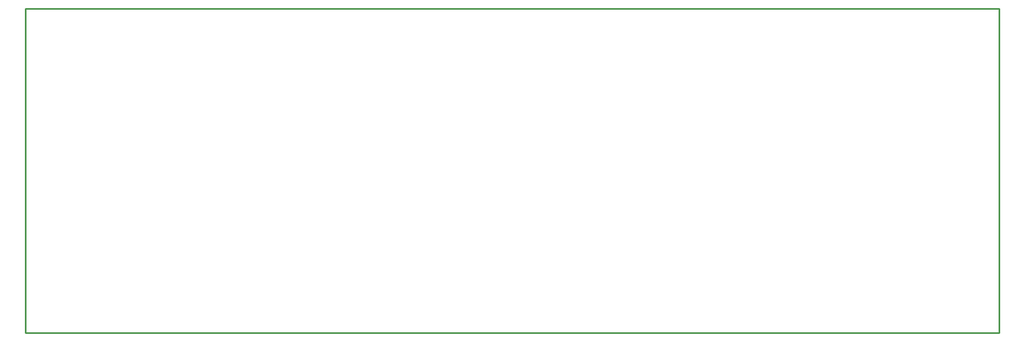
<source format=gm1>
G04*
G04 #@! TF.GenerationSoftware,Altium Limited,Altium Designer,21.8.1 (53)*
G04*
G04 Layer_Color=16711935*
%FSLAX25Y25*%
%MOIN*%
G70*
G04*
G04 #@! TF.SameCoordinates,44C9CF5F-0DCB-41D1-9D9C-026A7C6AE30A*
G04*
G04*
G04 #@! TF.FilePolarity,Positive*
G04*
G01*
G75*
%ADD12C,0.01000*%
D12*
X0Y0D02*
X600000D01*
X0Y200000D02*
X600000D01*
Y0D02*
Y200000D01*
X0Y0D02*
Y200000D01*
M02*

</source>
